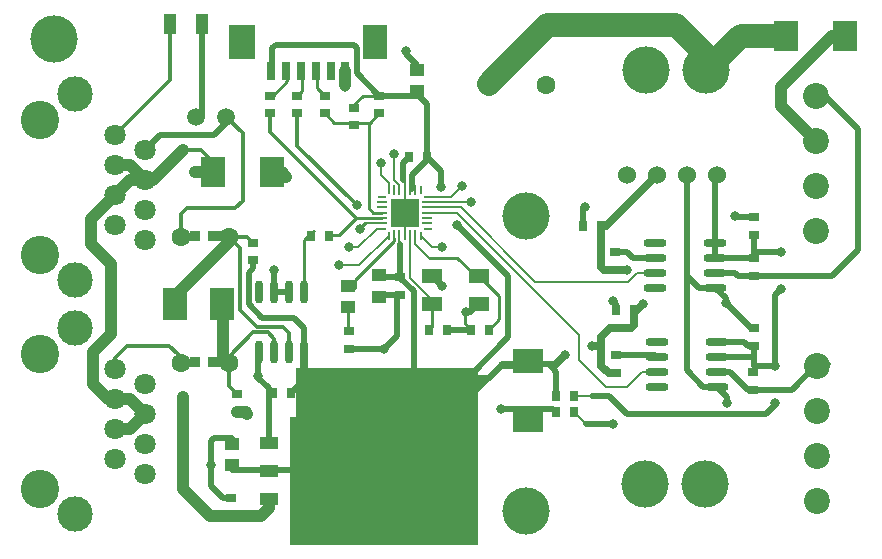
<source format=gtl>
G04 Layer_Physical_Order=1*
G04 Layer_Color=255*
%FSAX44Y44*%
%MOMM*%
G71*
G01*
G75*
%ADD10R,2.4000X2.4000*%
%ADD11O,0.7500X0.2500*%
%ADD12O,0.8500X0.2500*%
%ADD13O,0.2500X0.7500*%
%ADD14O,0.2500X0.8500*%
%ADD15R,2.0000X2.5000*%
%ADD16R,1.8000X1.2000*%
%ADD17R,0.9000X0.7000*%
%ADD18R,0.7000X0.9000*%
%ADD19R,0.8000X1.6000*%
%ADD20R,2.1000X3.0000*%
%ADD21R,2.2000X3.0000*%
%ADD22O,1.9500X0.7000*%
%ADD23R,1.3000X1.0000*%
%ADD24O,0.7000X1.9500*%
%ADD25R,1.1000X1.7000*%
%ADD26R,2.5000X2.0000*%
%ADD27R,1.5000X3.3000*%
%ADD28R,1.5000X1.0000*%
%ADD29R,2.0000X2.8000*%
%ADD30C,0.5000*%
%ADD31C,0.2540*%
%ADD32C,0.2000*%
%ADD33C,1.0000*%
%ADD34C,0.3000*%
%ADD35C,2.0000*%
%ADD36C,0.7000*%
%ADD37R,15.4940X6.3500*%
%ADD38R,16.0020X10.9220*%
%ADD39R,1.1938X0.8890*%
%ADD40R,0.9652X0.8890*%
%ADD41C,1.6000*%
%ADD42C,4.0000*%
%ADD43C,1.0000*%
%ADD44C,1.5240*%
%ADD45C,2.2000*%
%ADD46C,3.2500*%
%ADD47C,3.0000*%
%ADD48C,1.8000*%
%ADD49C,1.5000*%
%ADD50C,0.8000*%
D10*
X00659130Y00895350D02*
D03*
D11*
X00639630Y00881850D02*
D03*
Y00908850D02*
D03*
X00678630D02*
D03*
Y00881850D02*
D03*
D12*
X00640130Y00886350D02*
D03*
Y00890850D02*
D03*
Y00895350D02*
D03*
Y00899850D02*
D03*
Y00904350D02*
D03*
X00678130Y00904350D02*
D03*
Y00899850D02*
D03*
Y00895350D02*
D03*
Y00890850D02*
D03*
Y00886350D02*
D03*
D13*
X00645630Y00914850D02*
D03*
X00672630D02*
D03*
X00672630Y00875850D02*
D03*
X00645630D02*
D03*
D14*
X00650130Y00914350D02*
D03*
X00654630D02*
D03*
X00659130D02*
D03*
X00663630D02*
D03*
X00668130D02*
D03*
Y00876350D02*
D03*
X00663630D02*
D03*
X00659130D02*
D03*
X00654630D02*
D03*
X00650130D02*
D03*
D15*
X00981710Y01045210D02*
D03*
X01031710D02*
D03*
X00496570Y00929690D02*
D03*
X00546570D02*
D03*
D16*
X00681990Y00841880D02*
D03*
Y00817880D02*
D03*
X00721990D02*
D03*
Y00841880D02*
D03*
D17*
X00568008Y00994470D02*
D03*
Y00979470D02*
D03*
X00544830Y00994470D02*
D03*
Y00979470D02*
D03*
X00655320Y00840620D02*
D03*
Y00825620D02*
D03*
X00591185Y00979470D02*
D03*
Y00994470D02*
D03*
X00612140Y00794900D02*
D03*
Y00779900D02*
D03*
X00953770Y00760610D02*
D03*
Y00745610D02*
D03*
X00616204Y00984180D02*
D03*
Y00969180D02*
D03*
X00637540Y00979470D02*
D03*
Y00994470D02*
D03*
X00838200Y00759580D02*
D03*
Y00774580D02*
D03*
X00516890Y00741610D02*
D03*
Y00726610D02*
D03*
X00530860Y00854880D02*
D03*
Y00869880D02*
D03*
X00955040Y00857130D02*
D03*
Y00842130D02*
D03*
X00836930Y00847210D02*
D03*
Y00862210D02*
D03*
X00511810Y00653930D02*
D03*
Y00638930D02*
D03*
X00955040Y00782440D02*
D03*
Y00797440D02*
D03*
Y00876420D02*
D03*
Y00891420D02*
D03*
D18*
X00810380Y00883920D02*
D03*
X00825380D02*
D03*
X00679570Y00796290D02*
D03*
X00694570D02*
D03*
X00580002Y00875842D02*
D03*
X00595002D02*
D03*
X00730130Y00796290D02*
D03*
X00715130D02*
D03*
X00547490Y00742950D02*
D03*
X00562490D02*
D03*
X00663060Y00942340D02*
D03*
X00678060D02*
D03*
X00838320Y00812800D02*
D03*
X00853320D02*
D03*
X00787520Y00726440D02*
D03*
X00802520D02*
D03*
X00787520Y00740410D02*
D03*
X00802520D02*
D03*
D19*
X00608730Y01015180D02*
D03*
X00596230D02*
D03*
X00583730D02*
D03*
X00571230D02*
D03*
X00558730D02*
D03*
X00546230D02*
D03*
D20*
X00633730Y01040180D02*
D03*
D21*
X00521230D02*
D03*
D22*
X00923390Y00748030D02*
D03*
Y00760730D02*
D03*
Y00773430D02*
D03*
Y00786130D02*
D03*
X00872390Y00748030D02*
D03*
Y00760730D02*
D03*
Y00773430D02*
D03*
Y00786130D02*
D03*
X00922120Y00831850D02*
D03*
Y00844550D02*
D03*
Y00857250D02*
D03*
Y00869950D02*
D03*
X00871120Y00831850D02*
D03*
Y00844550D02*
D03*
Y00857250D02*
D03*
Y00869950D02*
D03*
D23*
X00610870Y00833230D02*
D03*
Y00815230D02*
D03*
X00637540Y00824170D02*
D03*
Y00842170D02*
D03*
X00513080Y00699880D02*
D03*
Y00681880D02*
D03*
X00669290Y01016110D02*
D03*
Y00998110D02*
D03*
D24*
X00574040Y00828140D02*
D03*
X00561340D02*
D03*
X00548640D02*
D03*
X00535940D02*
D03*
X00574040Y00777140D02*
D03*
X00561340D02*
D03*
X00548640D02*
D03*
X00535940D02*
D03*
D25*
X00487210Y01055420D02*
D03*
X00460210D02*
D03*
D26*
X00763270Y00770090D02*
D03*
Y00720090D02*
D03*
D27*
X00606810Y00676326D02*
D03*
D28*
X00543810Y00653326D02*
D03*
Y00676326D02*
D03*
Y00700494D02*
D03*
D29*
X00504190Y00817930D02*
D03*
X00464190D02*
D03*
D30*
X00740410Y00728980D02*
X00784980D01*
X00652780Y00791210D02*
Y00825620D01*
X00543810Y00700494D02*
Y00746630D01*
X00497370Y00704380D02*
X00513080D01*
X00741800Y00767200D02*
X00767080D01*
Y00773900D01*
X00740460Y00765860D02*
X00767080D01*
X00637540Y00994470D02*
X00671312D01*
X00513080Y00677380D02*
X00605756D01*
X00781812Y00766368D02*
X00787520Y00760660D01*
X00730250Y00755650D02*
X00740460Y00765860D01*
X00690880Y00755650D02*
X00730250D01*
X00740460Y00765860D02*
X00741800Y00767200D01*
X00767080Y00765860D02*
Y00767200D01*
X00787520D01*
X00726440Y00751840D02*
X00730250Y00755650D01*
X00718820Y00744220D02*
X00726440Y00751840D01*
X00678060Y00942340D02*
Y00987722D01*
X00671312Y00994470D02*
X00678060Y00987722D01*
X00660146Y01029754D02*
X00669290Y01020610D01*
X00660146Y01029754D02*
Y01032560D01*
X00607110Y01002080D02*
X00608330D01*
X00615950Y01037640D02*
X00618490Y01035100D01*
X00549910Y01037640D02*
X00615950D01*
X00546900Y01034630D02*
X00549910Y01037640D01*
X00678060Y00942340D02*
X00689610Y00930790D01*
Y00916940D02*
Y00930790D01*
X00678060Y00939730D02*
Y00942340D01*
X00665480Y00927150D02*
X00678060Y00939730D01*
X00665480Y00915670D02*
Y00927150D01*
X00618490Y01013520D02*
X00637540Y00994470D01*
X00618490Y01013520D02*
Y01035100D01*
X00546900Y01021080D02*
Y01034630D01*
X00466725Y00769035D02*
X00469900Y00772210D01*
X00487210Y00977950D02*
Y01051560D01*
X00497840Y00961440D02*
X00509270Y00972870D01*
X00452170Y00961440D02*
X00497840D01*
X00703580Y00885190D02*
X00746760Y00842010D01*
Y00789940D02*
Y00842010D01*
X01042670Y00863600D02*
Y00966470D01*
X01014730Y00994410D02*
X01042670Y00966470D01*
X00955040Y00862330D02*
X00977900D01*
X00955040Y00875150D02*
X00956310Y00876420D01*
X00922120Y00869950D02*
Y00930910D01*
X00817880Y00740410D02*
X00831850D01*
X00847090Y00725170D01*
X00949840Y00782440D02*
X00955040D01*
X00946150Y00786130D02*
X00949840Y00782440D01*
X00923390Y00786130D02*
X00946150D01*
X00939920Y00891420D02*
X00955040D01*
X00938530Y00892810D02*
X00939920Y00891420D01*
X00784980Y00728980D02*
X00787520Y00726440D01*
X00715010Y00758190D02*
X00746760Y00789940D01*
X00688340Y00758190D02*
X00715010D01*
X00534670Y00755770D02*
X00543810Y00746630D01*
X00534670Y00755770D02*
Y00756920D01*
Y00775870D01*
X00535940Y00777140D01*
X00810380Y00883920D02*
Y00899280D01*
X00811530Y00900430D01*
X00955040Y00891420D02*
X00956310D01*
X00689610Y00751840D02*
X00726440D01*
X00718820Y00742950D02*
Y00744220D01*
X00685800Y00758190D02*
X00688340D01*
X00690880Y00755650D01*
X00787520Y00740410D02*
Y00760660D01*
X00655320Y00840620D02*
Y00868680D01*
X00641350Y00840620D02*
X00654630D01*
X00666750Y00754380D02*
Y00828911D01*
X00655320Y00840341D02*
X00666750Y00828911D01*
X00655320Y00840341D02*
Y00840620D01*
X00922120Y00857250D02*
Y00869950D01*
X00955040Y00862330D02*
Y00875150D01*
Y00857130D02*
Y00862330D01*
X00972820Y00825500D02*
X00977900Y00830580D01*
X00972820Y00765810D02*
Y00825500D01*
X00955040Y00772160D02*
Y00782440D01*
Y00765810D02*
Y00772160D01*
X00953770Y00773430D02*
X00955040Y00772160D01*
X00923390Y00773430D02*
X00953770D01*
X00955040Y00765810D02*
X00972820D01*
Y00732790D02*
Y00734060D01*
X00965200Y00725170D02*
X00972820Y00732790D01*
X00847090Y00725170D02*
X00965200D01*
X00812680Y00716280D02*
X00835660D01*
X01008380Y00767080D02*
X01017270D01*
X00986910Y00745610D02*
X01008380Y00767080D01*
X00953770Y00745610D02*
X00986910D01*
X01021200Y00842130D02*
X01042670Y00863600D01*
X00955040Y00842130D02*
X01021200D01*
X00930910Y00819150D02*
X00952620Y00797440D01*
X00955040D01*
X00930910Y00819150D02*
Y00823060D01*
X00922120Y00831850D02*
X00930910Y00823060D01*
X00932180Y00734060D02*
Y00739240D01*
X00923390Y00748030D02*
X00932180Y00739240D01*
X00835660Y00820420D02*
X00838320Y00817760D01*
Y00812800D02*
Y00817760D01*
X00657860Y00923290D02*
Y00937140D01*
X00663060Y00942340D01*
X00911860Y00748030D02*
X00923390D01*
X00694570Y00796290D02*
X00715130D01*
X00681990Y00841880D02*
X00690880Y00832990D01*
Y00831850D02*
Y00832990D01*
X00495300Y00681990D02*
Y00702310D01*
Y00664210D02*
Y00681990D01*
X00641350Y00825620D02*
X00652780D01*
X00641470Y00779900D02*
X00652780Y00791210D01*
X00612140Y00779900D02*
X00641470D01*
X00505580Y00653930D02*
X00511810D01*
X00495300Y00664210D02*
X00505580Y00653930D01*
X00495300Y00702310D02*
X00497370Y00704380D01*
X00548640Y00828140D02*
X00561340D01*
X00548640D02*
Y00847090D01*
X00897890Y00842010D02*
Y00927100D01*
Y00762000D02*
X00911860Y00748030D01*
X00897890Y00762000D02*
Y00842010D01*
X00908050Y00831850D02*
X00922120D01*
X00897890Y00842010D02*
X00908050Y00831850D01*
X00922120Y00857250D02*
X00922240Y00857130D01*
X00955040D01*
X00922120Y00844550D02*
X00938530D01*
X00940950Y00842130D01*
X00955040D01*
X00923390Y00760730D02*
X00934720D01*
X00949840Y00745610D01*
X00953770D01*
X00871240Y00774580D02*
X00872390Y00773430D01*
X00838200Y00774580D02*
X00871240D01*
X00852170Y00857250D02*
X00871120D01*
X00847210Y00862210D02*
X00852170Y00857250D01*
X00836930Y00862210D02*
X00847210D01*
X00439420Y00948690D02*
X00452170Y00961440D01*
X00605756Y00677380D02*
X00606810Y00676326D01*
X00538480Y00806450D02*
X00565150D01*
X00574040Y00777140D02*
Y00797560D01*
X00565150Y00806450D02*
X00574040Y00797560D01*
X00562490Y00742950D02*
X00574040Y00754500D01*
X00530860Y00848410D02*
Y00854880D01*
X00527050Y00817880D02*
X00538480Y00806450D01*
X00527050Y00817880D02*
Y00844600D01*
X00530860Y00848410D01*
D31*
X00713100Y00811530D02*
X00714370Y00810260D01*
X00709810Y00801610D02*
Y00811530D01*
X00617330Y00831960D02*
Y00838310D01*
X00599309Y00971346D02*
X00629416D01*
X00614692Y00985532D02*
X00623630Y00994470D01*
X00629416Y00971346D02*
X00637540Y00979470D01*
X00628650Y00970580D02*
X00629416Y00971346D01*
X00628650Y00899160D02*
Y00970580D01*
X00596646Y00876858D02*
X00603688D01*
X00578799Y00877045D02*
X00581822Y00880068D01*
X00574040Y00872286D02*
X00578799Y00877045D01*
X00574040Y00828140D02*
Y00872286D01*
X00591185Y00979470D02*
X00599309Y00971346D01*
X00571900Y00998363D02*
Y01021080D01*
X00559400Y01006440D02*
Y01021080D01*
X00584400Y01001255D02*
Y01021080D01*
X00709810Y00801610D02*
X00715130Y00796290D01*
X00711200Y00811530D02*
X00713100D01*
X00709810D02*
X00711200D01*
X00715130Y00796290D02*
X00715130Y00796290D01*
X00714370Y00810260D02*
X00721990Y00817880D01*
X00650110Y00871090D02*
Y00873810D01*
X00617330Y00838310D02*
X00650110Y00871090D01*
X00681990Y00817880D02*
Y00821690D01*
X00623630Y00994470D02*
X00636210D01*
X00632460Y00895350D02*
X00640130D01*
X00628650Y00899160D02*
X00632460Y00895350D01*
X00640050Y00890770D02*
X00640130Y00890850D01*
X00617600Y00890770D02*
X00640050D01*
X00603688Y00876858D02*
X00617600Y00890770D01*
X00584400Y01001255D02*
X00591185Y00994470D01*
X00568008Y00994470D02*
X00571900Y00998363D01*
X00544830Y00994470D02*
X00547430D01*
X00559400Y01006440D01*
X00721990Y00841880D02*
X00739140Y00824730D01*
Y00805300D02*
Y00824730D01*
X00730130Y00796290D02*
X00739140Y00805300D01*
X00721990Y00817880D02*
X00726320Y00813550D01*
X00679570Y00796290D02*
X00681990Y00798710D01*
Y00817880D01*
X00610870Y00796170D02*
X00612140Y00794900D01*
X00610870Y00796170D02*
Y00815230D01*
X00679798Y00857250D02*
X00703630D01*
X00719000Y00841880D01*
X00721990D01*
D32*
X00654630Y00840620D02*
Y00876350D01*
X00703178Y00895350D02*
X00806450Y00792078D01*
Y00770940D02*
Y00792078D01*
Y00770940D02*
X00829360Y00748030D01*
X00847040D01*
X00848410Y00836980D02*
X00855980Y00844550D01*
X00769620Y00836980D02*
X00848410D01*
X00706750Y00899850D02*
X00769620Y00836980D01*
X00859740Y00760730D02*
X00872390D01*
X00847040Y00748030D02*
X00859740Y00760730D01*
X00663630Y00840050D02*
X00681990Y00821690D01*
X00714950Y00904350D02*
X00715010Y00904290D01*
X00678130Y00904350D02*
X00714950D01*
X00697980Y00908850D02*
X00707390Y00918260D01*
X00678630Y00908850D02*
X00697980D01*
X00682290Y00866190D02*
X00690880D01*
X00672630Y00875850D02*
X00682290Y00866190D01*
X00603250Y00850950D02*
X00620730D01*
X00645630Y00875850D01*
X00612140Y00866190D02*
X00619760D01*
X00635420Y00881850D01*
X00639630D01*
X00638810Y00927150D02*
Y00937310D01*
Y00927150D02*
X00645630Y00920330D01*
Y00914850D02*
Y00920330D01*
X00650240Y00923273D02*
Y00944930D01*
Y00923273D02*
X00654630Y00918883D01*
Y00914350D02*
Y00918883D01*
X00678130Y00899850D02*
X00706750D01*
X00678130Y00895350D02*
X00703178D01*
X00802520Y00740410D02*
X00817880D01*
X00817880Y00740410D01*
X00802520Y00726440D02*
X00812680Y00716280D01*
X00657860Y00923290D02*
X00659130Y00922020D01*
Y00914350D02*
Y00922020D01*
Y00895350D02*
Y00914350D01*
Y00876350D02*
Y00895350D01*
X00626000Y00886350D02*
X00640130D01*
X00625750Y00886100D02*
X00626000Y00886350D01*
X00855980Y00844550D02*
X00871120D01*
X00668130Y00868918D02*
Y00873810D01*
Y00868918D02*
X00679798Y00857250D01*
X00663630Y00840050D02*
Y00873810D01*
D33*
X00608730Y01003700D02*
Y01015180D01*
X00494030Y00638810D02*
X00537210D01*
X00471170Y00661670D02*
Y00739190D01*
X00977900Y00985520D02*
X01007110Y00956310D01*
X00977900Y00985520D02*
Y01002080D01*
X01021030Y01045210D01*
X01031710D01*
X00445770Y00923290D02*
X00471170Y00948690D01*
X00439420Y00923290D02*
X00445770D01*
X00471170Y00661670D02*
X00494030Y00638810D01*
X00426720Y00712470D02*
X00439420Y00725170D01*
X00414020Y00712470D02*
X00426720D01*
X00394970Y00777240D02*
X00410210Y00792480D01*
X00393700Y00868680D02*
X00410210Y00852170D01*
Y00792480D02*
Y00852170D01*
X00426720Y00935990D02*
X00439420Y00923290D01*
X00414020Y00935990D02*
X00426720D01*
X00414020Y00910590D02*
X00426720Y00923290D01*
X00439420D01*
X00426720Y00737870D02*
X00439420Y00725170D01*
X00543810Y00645410D02*
Y00653326D01*
X00537210Y00638810D02*
X00543810Y00645410D01*
X00415290Y00737870D02*
X00426720D01*
X00546570Y00929690D02*
X00554990D01*
X00558800Y00925880D01*
X00393700Y00868680D02*
Y00890270D01*
X00414020Y00910590D01*
X00394970Y00750620D02*
Y00777240D01*
Y00750620D02*
X00407720Y00737870D01*
X00414020D01*
X00516890Y00726610D02*
X00524390D01*
X00525780Y00725220D01*
X00505460Y00772840D02*
X00509900Y00768400D01*
X00505460Y00772840D02*
Y00809040D01*
X00465140Y00825870D02*
X00509900Y00870630D01*
X00465140Y00823960D02*
Y00825870D01*
X00481330Y00929690D02*
X00496570D01*
D34*
X00466725Y00769035D02*
Y00775385D01*
X00459740Y00782370D02*
X00466725Y00775385D01*
X00424180Y00782370D02*
X00459740D01*
X00414020Y00772210D02*
X00424180Y00782370D01*
X00521970Y00905560D02*
Y00962710D01*
X00515620Y00899210D02*
X00521970Y00905560D01*
X00474980Y00899210D02*
X00515620D01*
X00469900Y00894130D02*
X00474980Y00899210D01*
X00469900Y00875080D02*
Y00894130D01*
X00466725Y00769035D02*
X00467360Y00768400D01*
X00469900D01*
X00508000Y00976680D02*
X00521970Y00962710D01*
X00457840Y00816660D02*
X00465140Y00823960D01*
X00497840Y00816660D02*
X00505460Y00809040D01*
X00460210Y01007580D02*
Y01051560D01*
X00414020Y00961390D02*
X00460210Y01007580D01*
X00471170Y00948690D02*
X00486460D01*
X00621030Y00881380D02*
X00625750Y00886100D01*
X00544830Y00963540D02*
X00617600Y00890770D01*
X00544830Y00963540D02*
Y00979470D01*
X00568008Y00952182D02*
X00618490Y00901700D01*
X00568008Y00952182D02*
Y00979470D01*
X00414020Y00763270D02*
Y00772210D01*
X00548640Y00777140D02*
Y00788670D01*
X00543380Y00793930D02*
X00548640Y00788670D01*
X00530990Y00793930D02*
X00543380D01*
X00561340Y00777140D02*
Y00793750D01*
X00556260Y00798830D02*
X00561340Y00793750D01*
X00533946Y00798830D02*
X00556260D01*
X00486460Y00948690D02*
X00495300Y00939850D01*
X00510540Y00773480D02*
X00530990Y00793930D01*
X00469900Y00868730D02*
Y00875080D01*
X00509900Y00870630D02*
Y00875080D01*
X00525660D01*
X00530860Y00869880D01*
X00509900Y00748600D02*
Y00768400D01*
Y00748600D02*
X00516890Y00741610D01*
X00519430Y00813346D02*
X00533946Y00798830D01*
X00519430Y00813346D02*
Y00865550D01*
X00509900Y00875080D02*
X00519430Y00865550D01*
X00439420Y00750570D02*
Y00754430D01*
D35*
X00943610Y01045210D02*
X00981710D01*
X00914400Y01016000D02*
X00943610Y01045210D01*
X00889000Y01054100D02*
X00914400Y01028700D01*
Y01016000D02*
Y01028700D01*
X00730250Y01004620D02*
X00779730Y01054100D01*
X00889000D01*
D36*
X00825500Y00782320D02*
Y00789940D01*
Y00765810D02*
Y00782320D01*
X00787520Y00767200D02*
X00795020Y00774700D01*
X00817880Y00782320D02*
X00825500D01*
X00831730Y00759580D02*
X00838200D01*
X00825500Y00765810D02*
X00831730Y00759580D01*
X00825500Y00789940D02*
X00833120Y00797560D01*
X00850900D01*
X00853320Y00799980D01*
Y00812800D01*
X00855980D01*
X00861060Y00817880D01*
X00846970Y00847210D02*
X00847090Y00847090D01*
X00836930Y00847210D02*
X00846970D01*
X00827920D02*
X00836930D01*
X00825380Y00849750D02*
X00827920Y00847210D01*
X00825380Y00849750D02*
Y00883920D01*
X00829310D01*
X00872490Y00927100D01*
X00574040Y00754500D02*
Y00777140D01*
Y00716280D02*
Y00754500D01*
D37*
X00643890Y00732790D02*
D03*
D38*
X00641350Y00668020D02*
D03*
D39*
X00498221Y00875207D02*
D03*
Y00768527D02*
D03*
D40*
X00481076Y00875207D02*
D03*
Y00768527D02*
D03*
D41*
X00778510Y01003300D02*
D03*
X00728510D02*
D03*
X00509900Y00875080D02*
D03*
X00469900D02*
D03*
X00509900Y00768400D02*
D03*
X00469900D02*
D03*
D42*
X00762000Y00892670D02*
D03*
X00362000Y01042670D02*
D03*
X00762000Y00642670D02*
D03*
X00862076Y00665480D02*
D03*
X00912876D02*
D03*
X00914400Y01016000D02*
D03*
X00863600D02*
D03*
D43*
X00471170Y00948690D02*
D03*
D44*
X00847090Y00927100D02*
D03*
X00872490D02*
D03*
X00897890D02*
D03*
X00923290D02*
D03*
D45*
X01008380Y00651510D02*
D03*
Y00689610D02*
D03*
Y00727710D02*
D03*
Y00765810D02*
D03*
X01007110Y00880110D02*
D03*
Y00918210D02*
D03*
Y00956310D02*
D03*
Y00994410D02*
D03*
D46*
X00350420Y00661670D02*
D03*
Y00775970D02*
D03*
Y00859790D02*
D03*
Y00974090D02*
D03*
D47*
X00379920Y00797570D02*
D03*
Y00640070D02*
D03*
Y00995690D02*
D03*
Y00838190D02*
D03*
D48*
X00439420Y00674370D02*
D03*
X00414020Y00687070D02*
D03*
X00439420Y00699770D02*
D03*
X00414020Y00712470D02*
D03*
X00439420Y00725170D02*
D03*
X00414020Y00737870D02*
D03*
X00439420Y00750570D02*
D03*
X00414020Y00763270D02*
D03*
X00439420Y00872490D02*
D03*
X00414020Y00885190D02*
D03*
X00439420Y00897890D02*
D03*
X00414020Y00910590D02*
D03*
X00439420Y00923290D02*
D03*
X00414020Y00935990D02*
D03*
X00439420Y00948690D02*
D03*
X00414020Y00961390D02*
D03*
D49*
X00508000Y00976680D02*
D03*
X00482600D02*
D03*
D50*
X00664630Y00900850D02*
D03*
Y00889850D02*
D03*
X00653630Y00900850D02*
D03*
Y00889850D02*
D03*
X00660146Y01032560D02*
D03*
X00608330Y01002080D02*
D03*
X00707390Y00918260D02*
D03*
X00715010Y00904290D02*
D03*
X00689610Y00916940D02*
D03*
X00690880Y00866190D02*
D03*
X00603250Y00850950D02*
D03*
X00612140Y00866190D02*
D03*
X00638810Y00937310D02*
D03*
X00650240Y00944930D02*
D03*
X00558800Y00925880D02*
D03*
X00711200Y00811530D02*
D03*
X00938530Y00892810D02*
D03*
X00740410Y00728980D02*
D03*
X00534670Y00756920D02*
D03*
X00811530Y00900430D02*
D03*
X00703580Y00885190D02*
D03*
X00795020Y00774700D02*
D03*
X00817880Y00782320D02*
D03*
X00861060Y00817880D02*
D03*
X00847090Y00847090D02*
D03*
X00977900Y00862330D02*
D03*
Y00830580D02*
D03*
X00972820Y00765810D02*
D03*
Y00734060D02*
D03*
X00835660Y00716280D02*
D03*
X00930910Y00819150D02*
D03*
X00932180Y00734060D02*
D03*
X00835660Y00820420D02*
D03*
X00690880Y00832990D02*
D03*
X00641470Y00779900D02*
D03*
X00495300Y00681990D02*
D03*
X00548640Y00847090D02*
D03*
X00621030Y00881380D02*
D03*
X00618490Y00901700D02*
D03*
X00472440Y00739190D02*
D03*
X00525780Y00725220D02*
D03*
X00481330Y00929690D02*
D03*
M02*

</source>
